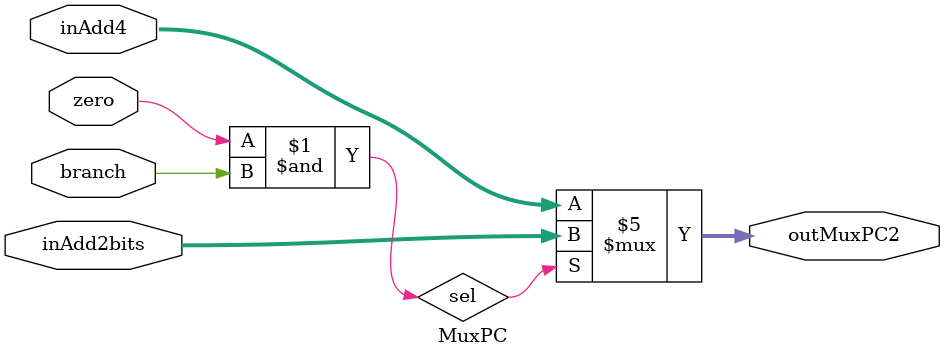
<source format=v>
`timescale 1ns /1ps
module MuxPC(
	input [31:0] inAdd4,inAdd2bits,
	input zero,branch,
	output reg[31:0] outMuxPC2
);
wire sel;
assign sel=zero&branch;
always @(*)
begin
	if(sel == 1) outMuxPC2=inAdd2bits;//Elige el sumador de sign + sumador4bits
	else outMuxPC2=inAdd4;//Elige solo sumador4bits 
end
endmodule 
</source>
